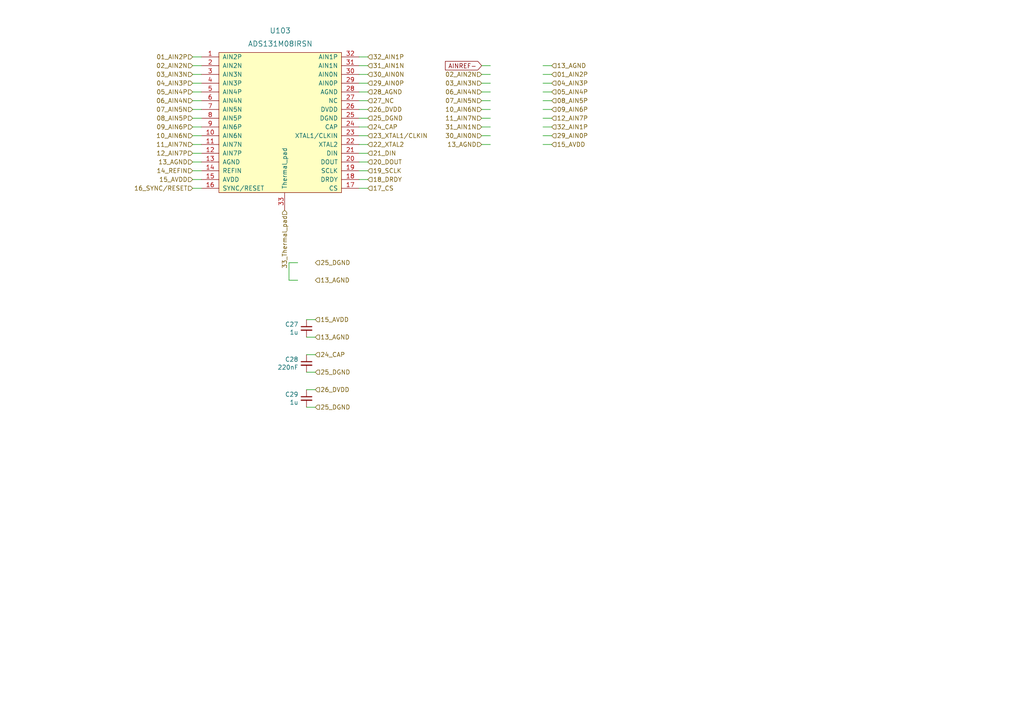
<source format=kicad_sch>
(kicad_sch (version 20210621) (generator eeschema)
  (paper "A4")
  (lib_symbols
    (symbol "FreeEEG32-ads131-rescue:C_Small-Device" (pin_numbers hide) (pin_names (offset 0.254) hide)
      (property "Reference" "C" (at 0.254 1.778 0))
      (property "Value" "C_Small-Device" (at 0.254 -2.032 0))
      (symbol "C_Small-Device_0_1"
        (polyline (pts (xy -1.524 -0.508) (xy 1.524 -0.508)) (stroke (width 0.3302)))
        (polyline (pts (xy -1.524 0.508) (xy 1.524 0.508)) (stroke (width 0.3048)))
      )
      (symbol "C_Small-Device_1_1"
        (pin passive line (at 0 2.54 270) (length 2.032) (name "~") (number "1"))
        (pin passive line (at 0 -2.54 90) (length 2.032) (name "~") (number "2"))
      )
    )
    (symbol "ads131:ADS131M08IPBS" (pin_names (offset 1.016))
      (property "Reference" "U?" (at -1.27 44.45 0))
      (property "Value" "ADS131M08IPBS" (at -1.27 40.64 0))
      (symbol "ADS131M08IPBS_0_1"
        (rectangle (start -19.05 39.37) (end 16.51 -1.27) (fill (type background)))
      )
      (symbol "ADS131M08IPBS_1_1"
        (pin input line (at -24.13 38.1 0) (length 5.08) (name "AIN2P") (number "1"))
        (pin input line (at -24.13 15.24 0) (length 5.08) (name "AIN6N") (number "10"))
        (pin input line (at -24.13 12.7 0) (length 5.08) (name "AIN7N") (number "11"))
        (pin input line (at -24.13 10.16 0) (length 5.08) (name "AIN7P") (number "12"))
        (pin input line (at -24.13 7.62 0) (length 5.08) (name "AGND") (number "13"))
        (pin input line (at -24.13 5.08 0) (length 5.08) (name "REFIN") (number "14"))
        (pin input line (at -24.13 2.54 0) (length 5.08) (name "AVDD") (number "15"))
        (pin input line (at -24.13 0 0) (length 5.08) (name "SYNC/RESET") (number "16"))
        (pin input line (at 21.59 0 180) (length 5.08) (name "CS") (number "17"))
        (pin input line (at 21.59 2.54 180) (length 5.08) (name "DRDY") (number "18"))
        (pin input line (at 21.59 5.08 180) (length 5.08) (name "SCLK") (number "19"))
        (pin input line (at -24.13 35.56 0) (length 5.08) (name "AIN2N") (number "2"))
        (pin input line (at 21.59 7.62 180) (length 5.08) (name "DOUT") (number "20"))
        (pin input line (at 21.59 10.16 180) (length 5.08) (name "DIN") (number "21"))
        (pin input line (at 21.59 12.7 180) (length 5.08) (name "XTAL2") (number "22"))
        (pin input line (at 21.59 15.24 180) (length 5.08) (name "XTAL1/CLKIN") (number "23"))
        (pin input line (at 21.59 17.78 180) (length 5.08) (name "CAP") (number "24"))
        (pin input line (at 21.59 20.32 180) (length 5.08) (name "DGND") (number "25"))
        (pin input line (at 21.59 22.86 180) (length 5.08) (name "DVDD") (number "26"))
        (pin input line (at 21.59 25.4 180) (length 5.08) (name "NC") (number "27"))
        (pin input line (at 21.59 27.94 180) (length 5.08) (name "AGND") (number "28"))
        (pin input line (at 21.59 30.48 180) (length 5.08) (name "AIN0P") (number "29"))
        (pin input line (at -24.13 33.02 0) (length 5.08) (name "AIN3N") (number "3"))
        (pin input line (at 21.59 33.02 180) (length 5.08) (name "AIN0N") (number "30"))
        (pin input line (at 21.59 35.56 180) (length 5.08) (name "AIN1N") (number "31"))
        (pin input line (at 21.59 38.1 180) (length 5.08) (name "AIN1P") (number "32"))
        (pin input line (at 0 -6.35 90) (length 5.08) (name "Thermal_pad") (number "33"))
        (pin input line (at -24.13 30.48 0) (length 5.08) (name "AIN3P") (number "4"))
        (pin input line (at -24.13 27.94 0) (length 5.08) (name "AIN4P") (number "5"))
        (pin input line (at -24.13 25.4 0) (length 5.08) (name "AIN4N") (number "6"))
        (pin input line (at -24.13 22.86 0) (length 5.08) (name "AIN5N") (number "7"))
        (pin input line (at -24.13 20.32 0) (length 5.08) (name "AIN5P") (number "8"))
        (pin input line (at -24.13 17.78 0) (length 5.08) (name "AIN6P") (number "9"))
      )
    )
  )
  (wire (pts (xy 55.88 16.51) (xy 58.42 16.51)))
  (wire (pts (xy 55.88 19.05) (xy 58.42 19.05)))
  (wire (pts (xy 55.88 21.59) (xy 58.42 21.59)))
  (wire (pts (xy 55.88 24.13) (xy 58.42 24.13)))
  (wire (pts (xy 55.88 29.21) (xy 58.42 29.21)))
  (wire (pts (xy 55.88 31.75) (xy 58.42 31.75)))
  (wire (pts (xy 55.88 34.29) (xy 58.42 34.29)))
  (wire (pts (xy 55.88 36.83) (xy 58.42 36.83)))
  (wire (pts (xy 55.88 39.37) (xy 58.42 39.37)))
  (wire (pts (xy 55.88 41.91) (xy 58.42 41.91)))
  (wire (pts (xy 55.88 44.45) (xy 58.42 44.45)))
  (wire (pts (xy 55.88 46.99) (xy 58.42 46.99)))
  (wire (pts (xy 55.88 49.53) (xy 58.42 49.53)))
  (wire (pts (xy 55.88 52.07) (xy 58.42 52.07)))
  (wire (pts (xy 55.88 54.61) (xy 58.42 54.61)))
  (wire (pts (xy 58.42 26.67) (xy 55.88 26.67)))
  (wire (pts (xy 83.82 76.2) (xy 83.82 81.28)))
  (wire (pts (xy 83.82 81.28) (xy 86.36 81.28)))
  (wire (pts (xy 86.36 76.2) (xy 83.82 76.2)))
  (wire (pts (xy 91.44 92.71) (xy 88.9 92.71)))
  (wire (pts (xy 91.44 97.79) (xy 88.9 97.79)))
  (wire (pts (xy 91.44 102.87) (xy 88.9 102.87)))
  (wire (pts (xy 91.44 107.95) (xy 88.9 107.95)))
  (wire (pts (xy 91.44 113.03) (xy 88.9 113.03)))
  (wire (pts (xy 91.44 118.11) (xy 88.9 118.11)))
  (wire (pts (xy 104.14 16.51) (xy 106.68 16.51)))
  (wire (pts (xy 104.14 19.05) (xy 106.68 19.05)))
  (wire (pts (xy 104.14 21.59) (xy 106.68 21.59)))
  (wire (pts (xy 104.14 24.13) (xy 106.68 24.13)))
  (wire (pts (xy 104.14 29.21) (xy 106.68 29.21)))
  (wire (pts (xy 104.14 31.75) (xy 106.68 31.75)))
  (wire (pts (xy 104.14 34.29) (xy 106.68 34.29)))
  (wire (pts (xy 104.14 36.83) (xy 106.68 36.83)))
  (wire (pts (xy 104.14 39.37) (xy 106.68 39.37)))
  (wire (pts (xy 104.14 41.91) (xy 106.68 41.91)))
  (wire (pts (xy 104.14 44.45) (xy 106.68 44.45)))
  (wire (pts (xy 104.14 46.99) (xy 106.68 46.99)))
  (wire (pts (xy 104.14 49.53) (xy 106.68 49.53)))
  (wire (pts (xy 104.14 52.07) (xy 106.68 52.07)))
  (wire (pts (xy 104.14 54.61) (xy 106.68 54.61)))
  (wire (pts (xy 106.68 26.67) (xy 104.14 26.67)))
  (wire (pts (xy 139.7 21.59) (xy 142.24 21.59)))
  (wire (pts (xy 139.7 24.13) (xy 142.24 24.13)))
  (wire (pts (xy 139.7 26.67) (xy 142.24 26.67)))
  (wire (pts (xy 139.7 29.21) (xy 142.24 29.21)))
  (wire (pts (xy 139.7 31.75) (xy 142.24 31.75)))
  (wire (pts (xy 139.7 34.29) (xy 142.24 34.29)))
  (wire (pts (xy 139.7 36.83) (xy 142.24 36.83)))
  (wire (pts (xy 139.7 39.37) (xy 142.24 39.37)))
  (wire (pts (xy 142.24 19.05) (xy 139.7 19.05)))
  (wire (pts (xy 142.24 41.91) (xy 139.7 41.91)))
  (wire (pts (xy 160.02 19.05) (xy 157.48 19.05)))
  (wire (pts (xy 160.02 21.59) (xy 157.48 21.59)))
  (wire (pts (xy 160.02 24.13) (xy 157.48 24.13)))
  (wire (pts (xy 160.02 26.67) (xy 157.48 26.67)))
  (wire (pts (xy 160.02 29.21) (xy 157.48 29.21)))
  (wire (pts (xy 160.02 31.75) (xy 157.48 31.75)))
  (wire (pts (xy 160.02 34.29) (xy 157.48 34.29)))
  (wire (pts (xy 160.02 36.83) (xy 157.48 36.83)))
  (wire (pts (xy 160.02 39.37) (xy 157.48 39.37)))
  (wire (pts (xy 160.02 41.91) (xy 157.48 41.91)))
  (global_label "AINREF-" (shape input) (at 139.7 19.05 180) (property "Intersheet References" "${INTERSHEET_REFS}" (effects hide)))
  (hierarchical_label "01_AIN2P" (shape input) (at 55.88 16.51 180))
  (hierarchical_label "02_AIN2N" (shape input) (at 55.88 19.05 180))
  (hierarchical_label "03_AIN3N" (shape input) (at 55.88 21.59 180))
  (hierarchical_label "04_AIN3P" (shape input) (at 55.88 24.13 180))
  (hierarchical_label "05_AIN4P" (shape input) (at 55.88 26.67 180))
  (hierarchical_label "06_AIN4N" (shape input) (at 55.88 29.21 180))
  (hierarchical_label "07_AIN5N" (shape input) (at 55.88 31.75 180))
  (hierarchical_label "08_AIN5P" (shape input) (at 55.88 34.29 180))
  (hierarchical_label "09_AIN6P" (shape input) (at 55.88 36.83 180))
  (hierarchical_label "10_AIN6N" (shape input) (at 55.88 39.37 180))
  (hierarchical_label "11_AIN7N" (shape input) (at 55.88 41.91 180))
  (hierarchical_label "12_AIN7P" (shape input) (at 55.88 44.45 180))
  (hierarchical_label "13_AGND" (shape input) (at 55.88 46.99 180))
  (hierarchical_label "14_REFIN" (shape input) (at 55.88 49.53 180))
  (hierarchical_label "15_AVDD" (shape input) (at 55.88 52.07 180))
  (hierarchical_label "16_SYNC{slash}RESET" (shape input) (at 55.88 54.61 180))
  (hierarchical_label "33_Thermal_pad" (shape input) (at 82.55 60.96 270))
  (hierarchical_label "25_DGND" (shape input) (at 91.44 76.2 0))
  (hierarchical_label "13_AGND" (shape input) (at 91.44 81.28 0))
  (hierarchical_label "15_AVDD" (shape input) (at 91.44 92.71 0))
  (hierarchical_label "13_AGND" (shape input) (at 91.44 97.79 0))
  (hierarchical_label "24_CAP" (shape input) (at 91.44 102.87 0))
  (hierarchical_label "25_DGND" (shape input) (at 91.44 107.95 0))
  (hierarchical_label "26_DVDD" (shape input) (at 91.44 113.03 0))
  (hierarchical_label "25_DGND" (shape input) (at 91.44 118.11 0))
  (hierarchical_label "32_AIN1P" (shape input) (at 106.68 16.51 0))
  (hierarchical_label "31_AIN1N" (shape input) (at 106.68 19.05 0))
  (hierarchical_label "30_AIN0N" (shape input) (at 106.68 21.59 0))
  (hierarchical_label "29_AIN0P" (shape input) (at 106.68 24.13 0))
  (hierarchical_label "28_AGND" (shape input) (at 106.68 26.67 0))
  (hierarchical_label "27_NC" (shape input) (at 106.68 29.21 0))
  (hierarchical_label "26_DVDD" (shape input) (at 106.68 31.75 0))
  (hierarchical_label "25_DGND" (shape input) (at 106.68 34.29 0))
  (hierarchical_label "24_CAP" (shape input) (at 106.68 36.83 0))
  (hierarchical_label "23_XTAL1{slash}CLKIN" (shape input) (at 106.68 39.37 0))
  (hierarchical_label "22_XTAL2" (shape input) (at 106.68 41.91 0))
  (hierarchical_label "21_DIN" (shape input) (at 106.68 44.45 0))
  (hierarchical_label "20_DOUT" (shape input) (at 106.68 46.99 0))
  (hierarchical_label "19_SCLK" (shape input) (at 106.68 49.53 0))
  (hierarchical_label "18_DRDY" (shape input) (at 106.68 52.07 0))
  (hierarchical_label "17_CS" (shape input) (at 106.68 54.61 0))
  (hierarchical_label "02_AIN2N" (shape input) (at 139.7 21.59 180))
  (hierarchical_label "03_AIN3N" (shape input) (at 139.7 24.13 180))
  (hierarchical_label "06_AIN4N" (shape input) (at 139.7 26.67 180))
  (hierarchical_label "07_AIN5N" (shape input) (at 139.7 29.21 180))
  (hierarchical_label "10_AIN6N" (shape input) (at 139.7 31.75 180))
  (hierarchical_label "11_AIN7N" (shape input) (at 139.7 34.29 180))
  (hierarchical_label "31_AIN1N" (shape input) (at 139.7 36.83 180))
  (hierarchical_label "30_AIN0N" (shape input) (at 139.7 39.37 180))
  (hierarchical_label "13_AGND" (shape input) (at 139.7 41.91 180))
  (hierarchical_label "13_AGND" (shape input) (at 160.02 19.05 0))
  (hierarchical_label "01_AIN2P" (shape input) (at 160.02 21.59 0))
  (hierarchical_label "04_AIN3P" (shape input) (at 160.02 24.13 0))
  (hierarchical_label "05_AIN4P" (shape input) (at 160.02 26.67 0))
  (hierarchical_label "08_AIN5P" (shape input) (at 160.02 29.21 0))
  (hierarchical_label "09_AIN6P" (shape input) (at 160.02 31.75 0))
  (hierarchical_label "12_AIN7P" (shape input) (at 160.02 34.29 0))
  (hierarchical_label "32_AIN1P" (shape input) (at 160.02 36.83 0))
  (hierarchical_label "29_AIN0P" (shape input) (at 160.02 39.37 0))
  (hierarchical_label "15_AVDD" (shape input) (at 160.02 41.91 0))
  (symbol (lib_id "FreeEEG32-ads131-rescue:C_Small-Device") (at 88.9 95.25 0) (mirror y) (unit 1)
    (property "Reference" "C27" (at 86.5632 94.0816 0) (effects (justify left)))
    (property "Value" "1u" (at 86.5632 96.393 0) (effects (justify left)))
    (property "Footprint" "Capacitor_SMD:C_0402_1005Metric" (effects hide))
    (property "Datasheet" "C0G" (effects hide))
    (property "MNP" "CL05A105KO5NNNC" (effects hide))
  )
  (symbol (lib_id "FreeEEG32-ads131-rescue:C_Small-Device") (at 88.9 105.41 0) (mirror y) (unit 1)
    (property "Reference" "C28" (at 86.5632 104.2416 0) (effects (justify left)))
    (property "Value" "220nF" (at 86.5632 106.553 0) (effects (justify left)))
    (property "Footprint" "Capacitor_SMD:C_0402_1005Metric" (effects hide))
    (property "Datasheet" "X7R, not Y5V" (effects hide))
    (property "MNP" "CL05A105KO5NNNC" (effects hide))
  )
  (symbol (lib_id "FreeEEG32-ads131-rescue:C_Small-Device") (at 88.9 115.57 0) (mirror y) (unit 1)
    (property "Reference" "C29" (at 86.5632 114.4016 0) (effects (justify left)))
    (property "Value" "1u" (at 86.5632 116.713 0) (effects (justify left)))
    (property "Footprint" "Capacitor_SMD:C_0402_1005Metric" (effects hide))
    (property "Datasheet" "X7R, not Y5V" (effects hide))
    (property "MNP" "CL05A105KO5NNNC" (effects hide))
  )
  (symbol (lib_id "ads131:ADS131M08IPBS") (at 82.55 54.61 0) (unit 1)
    (property "Reference" "U103" (at 81.28 8.89 0) (effects (font (size 1.524 1.524))))
    (property "Value" "ADS131M08IRSN" (at 81.28 12.7 0) (effects (font (size 1.524 1.524))))
    (property "Footprint" "Package_DFN_QFN:QFN-32-1EP_4x4mm_P0.4mm_EP2.65x2.65mm_ThermalVias" (effects hide))
    (property "MNP" "AD7771BCPZ" (effects hide))
    (property "Manufacturer" "Analog Devices" (effects hide))
  )
)
</source>
